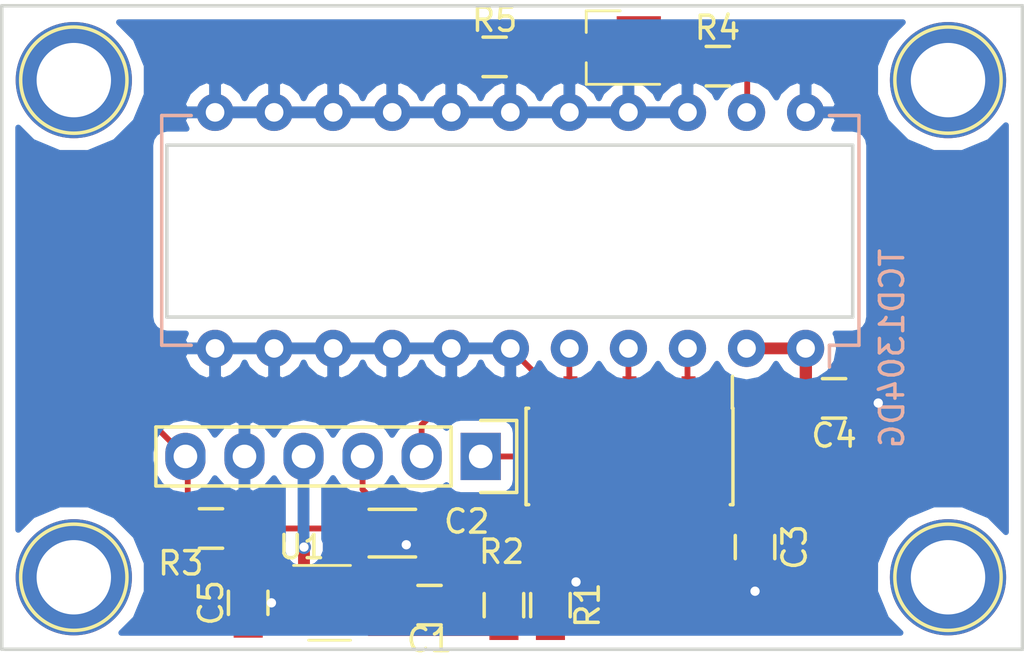
<source format=kicad_pcb>
(kicad_pcb (version 4) (host pcbnew 4.0.5+dfsg1-4)

  (general
    (links 52)
    (no_connects 0)
    (area 107.589879 72.22276 151.639881 103.57276)
    (thickness 1.6)
    (drawings 9)
    (tracks 98)
    (zones 0)
    (modules 19)
    (nets 16)
  )

  (page A4)
  (layers
    (0 F.Cu signal)
    (31 B.Cu signal)
    (32 B.Adhes user)
    (33 F.Adhes user)
    (34 B.Paste user)
    (35 F.Paste user)
    (36 B.SilkS user)
    (37 F.SilkS user)
    (38 B.Mask user)
    (39 F.Mask user)
    (40 Dwgs.User user)
    (41 Cmts.User user)
    (42 Eco1.User user)
    (43 Eco2.User user)
    (44 Edge.Cuts user)
    (45 Margin user)
    (46 B.CrtYd user)
    (47 F.CrtYd user)
    (48 B.Fab user)
    (49 F.Fab user)
  )

  (setup
    (last_trace_width 0.25)
    (user_trace_width 0.254)
    (user_trace_width 0.381)
    (user_trace_width 0.508)
    (user_trace_width 0.8128)
    (trace_clearance 0.2)
    (zone_clearance 0.508)
    (zone_45_only yes)
    (trace_min 0.2)
    (segment_width 0.2)
    (edge_width 0.15)
    (via_size 0.6)
    (via_drill 0.4)
    (via_min_size 0.4)
    (via_min_drill 0.3)
    (uvia_size 0.3)
    (uvia_drill 0.1)
    (uvias_allowed no)
    (uvia_min_size 0.2)
    (uvia_min_drill 0.1)
    (pcb_text_width 0.3)
    (pcb_text_size 1.5 1.5)
    (mod_edge_width 0.15)
    (mod_text_size 1 1)
    (mod_text_width 0.15)
    (pad_size 5 5)
    (pad_drill 3.2)
    (pad_to_mask_clearance 0.2)
    (aux_axis_origin 0 0)
    (grid_origin 129.56488 83.49776)
    (visible_elements FFFFFF7F)
    (pcbplotparams
      (layerselection 0x010f0_80000001)
      (usegerberextensions true)
      (excludeedgelayer true)
      (linewidth 0.100000)
      (plotframeref false)
      (viasonmask false)
      (mode 1)
      (useauxorigin false)
      (hpglpennumber 1)
      (hpglpenspeed 20)
      (hpglpendiameter 15)
      (hpglpenoverlay 2)
      (psnegative false)
      (psa4output false)
      (plotreference true)
      (plotvalue false)
      (plotinvisibletext false)
      (padsonsilk false)
      (subtractmaskfromsilk false)
      (outputformat 1)
      (mirror false)
      (drillshape 0)
      (scaleselection 1)
      (outputdirectory gbn2/))
  )

  (net 0 "")
  (net 1 VCC)
  (net 2 "Net-(C1-Pad2)")
  (net 3 GND)
  (net 4 "Net-(P1-Pad1)")
  (net 5 "Net-(P1-Pad2)")
  (net 6 "Net-(P1-Pad3)")
  (net 7 +5V)
  (net 8 "Net-(P1-Pad6)")
  (net 9 "Net-(Q1-Pad1)")
  (net 10 "Net-(Q1-Pad3)")
  (net 11 "Net-(R1-Pad1)")
  (net 12 "Net-(R4-Pad2)")
  (net 13 "Net-(U2-Pad2)")
  (net 14 "Net-(U2-Pad4)")
  (net 15 "Net-(U2-Pad6)")

  (net_class Default "This is the default net class."
    (clearance 0.2)
    (trace_width 0.25)
    (via_dia 0.6)
    (via_drill 0.4)
    (uvia_dia 0.3)
    (uvia_drill 0.1)
    (add_net +5V)
    (add_net GND)
    (add_net "Net-(C1-Pad2)")
    (add_net "Net-(P1-Pad1)")
    (add_net "Net-(P1-Pad2)")
    (add_net "Net-(P1-Pad3)")
    (add_net "Net-(P1-Pad6)")
    (add_net "Net-(Q1-Pad1)")
    (add_net "Net-(Q1-Pad3)")
    (add_net "Net-(R1-Pad1)")
    (add_net "Net-(R4-Pad2)")
    (add_net "Net-(U2-Pad2)")
    (add_net "Net-(U2-Pad4)")
    (add_net "Net-(U2-Pad6)")
    (add_net VCC)
  )

  (net_class VCCt ""
    (clearance 0.2)
    (trace_width 0.4)
    (via_dia 0.6)
    (via_drill 0.4)
    (uvia_dia 0.3)
    (uvia_drill 0.1)
  )

  (module Housings_SOIC:SOIC-14_3.9x8.7mm_Pitch1.27mm (layer F.Cu) (tedit 5AA7D96D) (tstamp 59DA6666)
    (at 134.66488 93.29776 270)
    (descr "14-Lead Plastic Small Outline (SL) - Narrow, 3.90 mm Body [SOIC] (see Microchip Packaging Specification 00000049BS.pdf)")
    (tags "SOIC 1.27")
    (path /59D8BF11)
    (attr smd)
    (fp_text reference U2 (at 0 -5.375 270) (layer F.SilkS) hide
      (effects (font (size 1 1) (thickness 0.15)))
    )
    (fp_text value 74HC04 (at 0 5.375 270) (layer F.SilkS) hide
      (effects (font (size 1 1) (thickness 0.15)))
    )
    (fp_line (start -0.95 -4.35) (end 1.95 -4.35) (layer F.Fab) (width 0.15))
    (fp_line (start 1.95 -4.35) (end 1.95 4.35) (layer F.Fab) (width 0.15))
    (fp_line (start 1.95 4.35) (end -1.95 4.35) (layer F.Fab) (width 0.15))
    (fp_line (start -1.95 4.35) (end -1.95 -3.35) (layer F.Fab) (width 0.15))
    (fp_line (start -1.95 -3.35) (end -0.95 -4.35) (layer F.Fab) (width 0.15))
    (fp_line (start -3.7 -4.65) (end -3.7 4.65) (layer F.CrtYd) (width 0.05))
    (fp_line (start 3.7 -4.65) (end 3.7 4.65) (layer F.CrtYd) (width 0.05))
    (fp_line (start -3.7 -4.65) (end 3.7 -4.65) (layer F.CrtYd) (width 0.05))
    (fp_line (start -3.7 4.65) (end 3.7 4.65) (layer F.CrtYd) (width 0.05))
    (fp_line (start -2.075 -4.45) (end -2.075 -4.425) (layer F.SilkS) (width 0.15))
    (fp_line (start 2.075 -4.45) (end 2.075 -4.335) (layer F.SilkS) (width 0.15))
    (fp_line (start 2.075 4.45) (end 2.075 4.335) (layer F.SilkS) (width 0.15))
    (fp_line (start -2.075 4.45) (end -2.075 4.335) (layer F.SilkS) (width 0.15))
    (fp_line (start -2.075 -4.45) (end 2.075 -4.45) (layer F.SilkS) (width 0.15))
    (fp_line (start -2.075 4.45) (end 2.075 4.45) (layer F.SilkS) (width 0.15))
    (fp_line (start -2.075 -4.425) (end -3.45 -4.425) (layer F.SilkS) (width 0.15))
    (pad 1 smd rect (at -2.7 -3.81 270) (size 1.5 0.6) (layers F.Cu F.Paste F.Mask)
      (net 6 "Net-(P1-Pad3)"))
    (pad 2 smd rect (at -2.7 -2.54 270) (size 1.5 0.6) (layers F.Cu F.Paste F.Mask)
      (net 13 "Net-(U2-Pad2)"))
    (pad 3 smd rect (at -2.7 -1.27 270) (size 1.5 0.6) (layers F.Cu F.Paste F.Mask)
      (net 4 "Net-(P1-Pad1)"))
    (pad 4 smd rect (at -2.7 0 270) (size 1.5 0.6) (layers F.Cu F.Paste F.Mask)
      (net 14 "Net-(U2-Pad4)"))
    (pad 5 smd rect (at -2.7 1.27 270) (size 1.5 0.6) (layers F.Cu F.Paste F.Mask)
      (net 5 "Net-(P1-Pad2)"))
    (pad 6 smd rect (at -2.7 2.54 270) (size 1.5 0.6) (layers F.Cu F.Paste F.Mask)
      (net 15 "Net-(U2-Pad6)"))
    (pad 7 smd rect (at -2.7 3.81 270) (size 1.5 0.6) (layers F.Cu F.Paste F.Mask)
      (net 3 GND))
    (pad 8 smd rect (at 2.7 3.81 270) (size 1.5 0.6) (layers F.Cu F.Paste F.Mask))
    (pad 9 smd rect (at 2.7 2.54 270) (size 1.5 0.6) (layers F.Cu F.Paste F.Mask)
      (net 1 VCC))
    (pad 10 smd rect (at 2.7 1.27 270) (size 1.5 0.6) (layers F.Cu F.Paste F.Mask))
    (pad 11 smd rect (at 2.7 0 270) (size 1.5 0.6) (layers F.Cu F.Paste F.Mask)
      (net 1 VCC))
    (pad 12 smd rect (at 2.7 -1.27 270) (size 1.5 0.6) (layers F.Cu F.Paste F.Mask))
    (pad 13 smd rect (at 2.7 -2.54 270) (size 1.5 0.6) (layers F.Cu F.Paste F.Mask)
      (net 1 VCC))
    (pad 14 smd rect (at 2.7 -3.81 270) (size 1.5 0.6) (layers F.Cu F.Paste F.Mask)
      (net 1 VCC))
    (model Housings_SOIC.3dshapes/SOIC-14_3.9x8.7mm_Pitch1.27mm.wrl
      (at (xyz 0 0 0))
      (scale (xyz 1 1 1))
      (rotate (xyz 0 0 0))
    )
  )

  (module Pin_Headers:Pin_Header_Straight_1x06 (layer F.Cu) (tedit 59DCAB7F) (tstamp 59DA6626)
    (at 128.26488 93.29776 270)
    (descr "Through hole pin header")
    (tags "pin header")
    (path /59D8BDCF)
    (fp_text reference P1 (at 0 -5.1 270) (layer F.SilkS) hide
      (effects (font (size 1 1) (thickness 0.15)))
    )
    (fp_text value CONN_01X06 (at 0 -3.1 270) (layer F.Fab) hide
      (effects (font (size 1 1) (thickness 0.15)))
    )
    (fp_line (start -1.75 -1.75) (end -1.75 14.45) (layer F.CrtYd) (width 0.05))
    (fp_line (start 1.75 -1.75) (end 1.75 14.45) (layer F.CrtYd) (width 0.05))
    (fp_line (start -1.75 -1.75) (end 1.75 -1.75) (layer F.CrtYd) (width 0.05))
    (fp_line (start -1.75 14.45) (end 1.75 14.45) (layer F.CrtYd) (width 0.05))
    (fp_line (start 1.27 1.27) (end 1.27 13.97) (layer F.SilkS) (width 0.15))
    (fp_line (start 1.27 13.97) (end -1.27 13.97) (layer F.SilkS) (width 0.15))
    (fp_line (start -1.27 13.97) (end -1.27 1.27) (layer F.SilkS) (width 0.15))
    (fp_line (start 1.55 -1.55) (end 1.55 0) (layer F.SilkS) (width 0.15))
    (fp_line (start 1.27 1.27) (end -1.27 1.27) (layer F.SilkS) (width 0.15))
    (fp_line (start -1.55 0) (end -1.55 -1.55) (layer F.SilkS) (width 0.15))
    (fp_line (start -1.55 -1.55) (end 1.55 -1.55) (layer F.SilkS) (width 0.15))
    (pad 1 thru_hole rect (at 0 0 270) (size 2.032 1.7272) (drill 1.016) (layers *.Cu *.Mask)
      (net 4 "Net-(P1-Pad1)"))
    (pad 2 thru_hole oval (at 0 2.54 270) (size 2.032 1.7272) (drill 1.016) (layers *.Cu *.Mask)
      (net 5 "Net-(P1-Pad2)"))
    (pad 3 thru_hole oval (at 0 5.08 270) (size 2.032 1.7272) (drill 1.016) (layers *.Cu *.Mask)
      (net 6 "Net-(P1-Pad3)"))
    (pad 4 thru_hole oval (at 0 7.62 270) (size 2.032 1.7272) (drill 1.016) (layers *.Cu *.Mask)
      (net 7 +5V))
    (pad 5 thru_hole oval (at 0 10.16 270) (size 2.032 1.7272) (drill 1.016) (layers *.Cu *.Mask)
      (net 3 GND))
    (pad 6 thru_hole oval (at 0 12.7 270) (size 2.032 1.7272) (drill 1.016) (layers *.Cu *.Mask)
      (net 8 "Net-(P1-Pad6)"))
    (model Pin_Headers.3dshapes/Pin_Header_Straight_1x06.wrl
      (at (xyz 0 -0.25 0))
      (scale (xyz 1 1 1))
      (rotate (xyz 0 0 90))
    )
  )

  (module Housings_DIP:DIP-22_W10.16mm (layer B.Cu) (tedit 59DE15EC) (tstamp 59DA6680)
    (at 142.24 88.646 90)
    (descr "22-lead dip package, row spacing 10.16 mm (400 mils)")
    (tags "dil dip 2.54 400")
    (path /59DA457F)
    (fp_text reference U3 (at 0 5.22 90) (layer B.SilkS) hide
      (effects (font (size 1 1) (thickness 0.15)) (justify mirror))
    )
    (fp_text value TCD1304DG (at 0 3.72 90) (layer B.SilkS)
      (effects (font (size 1 1) (thickness 0.15)) (justify mirror))
    )
    (fp_line (start -1.05 2.45) (end -1.05 -27.85) (layer B.CrtYd) (width 0.05))
    (fp_line (start 11.2 2.45) (end 11.2 -27.85) (layer B.CrtYd) (width 0.05))
    (fp_line (start -1.05 2.45) (end 11.2 2.45) (layer B.CrtYd) (width 0.05))
    (fp_line (start -1.05 -27.85) (end 11.2 -27.85) (layer B.CrtYd) (width 0.05))
    (fp_line (start 0.135 2.295) (end 0.135 1.025) (layer B.SilkS) (width 0.15))
    (fp_line (start 10.025 2.295) (end 10.025 1.025) (layer B.SilkS) (width 0.15))
    (fp_line (start 10.025 -27.695) (end 10.025 -26.425) (layer B.SilkS) (width 0.15))
    (fp_line (start 0.135 -27.695) (end 0.135 -26.425) (layer B.SilkS) (width 0.15))
    (fp_line (start 0.135 2.295) (end 10.025 2.295) (layer B.SilkS) (width 0.15))
    (fp_line (start 0.135 -27.695) (end 10.025 -27.695) (layer B.SilkS) (width 0.15))
    (fp_line (start 0.135 1.025) (end -0.8 1.025) (layer B.SilkS) (width 0.15))
    (pad 1 thru_hole oval (at 0 0 90) (size 1.6 1.6) (drill 0.8) (layers *.Cu *.Mask)
      (net 1 VCC))
    (pad 2 thru_hole oval (at 0 -2.54 90) (size 1.6 1.6) (drill 0.8) (layers *.Cu *.Mask)
      (net 1 VCC))
    (pad 3 thru_hole oval (at 0 -5.08 90) (size 1.6 1.6) (drill 0.8) (layers *.Cu *.Mask)
      (net 13 "Net-(U2-Pad2)"))
    (pad 4 thru_hole oval (at 0 -7.62 90) (size 1.6 1.6) (drill 0.8) (layers *.Cu *.Mask)
      (net 14 "Net-(U2-Pad4)"))
    (pad 5 thru_hole oval (at 0 -10.16 90) (size 1.6 1.6) (drill 0.8) (layers *.Cu *.Mask)
      (net 15 "Net-(U2-Pad6)"))
    (pad 6 thru_hole oval (at 0 -12.7 90) (size 1.6 1.6) (drill 0.8) (layers *.Cu *.Mask)
      (net 3 GND))
    (pad 7 thru_hole oval (at 0 -15.24 90) (size 1.6 1.6) (drill 0.8) (layers *.Cu *.Mask)
      (net 3 GND))
    (pad 8 thru_hole oval (at 0 -17.78 90) (size 1.6 1.6) (drill 0.8) (layers *.Cu *.Mask)
      (net 3 GND))
    (pad 9 thru_hole oval (at 0 -20.32 90) (size 1.6 1.6) (drill 0.8) (layers *.Cu *.Mask)
      (net 3 GND))
    (pad 10 thru_hole oval (at 0 -22.86 90) (size 1.6 1.6) (drill 0.8) (layers *.Cu *.Mask)
      (net 3 GND))
    (pad 11 thru_hole oval (at 0 -25.4 90) (size 1.6 1.6) (drill 0.8) (layers *.Cu *.Mask)
      (net 3 GND))
    (pad 12 thru_hole oval (at 10.16 -25.4 90) (size 1.6 1.6) (drill 0.8) (layers *.Cu *.Mask)
      (net 3 GND))
    (pad 13 thru_hole oval (at 10.16 -22.86 90) (size 1.6 1.6) (drill 0.8) (layers *.Cu *.Mask)
      (net 3 GND))
    (pad 14 thru_hole oval (at 10.16 -20.32 90) (size 1.6 1.6) (drill 0.8) (layers *.Cu *.Mask)
      (net 3 GND))
    (pad 15 thru_hole oval (at 10.16 -17.78 90) (size 1.6 1.6) (drill 0.8) (layers *.Cu *.Mask)
      (net 3 GND))
    (pad 16 thru_hole oval (at 10.16 -15.24 90) (size 1.6 1.6) (drill 0.8) (layers *.Cu *.Mask)
      (net 3 GND))
    (pad 17 thru_hole oval (at 10.16 -12.7 90) (size 1.6 1.6) (drill 0.8) (layers *.Cu *.Mask)
      (net 3 GND))
    (pad 18 thru_hole oval (at 10.16 -10.16 90) (size 1.6 1.6) (drill 0.8) (layers *.Cu *.Mask)
      (net 3 GND))
    (pad 19 thru_hole oval (at 10.16 -7.62 90) (size 1.6 1.6) (drill 0.8) (layers *.Cu *.Mask)
      (net 3 GND))
    (pad 20 thru_hole oval (at 10.16 -5.08 90) (size 1.6 1.6) (drill 0.8) (layers *.Cu *.Mask)
      (net 3 GND))
    (pad 21 thru_hole oval (at 10.16 -2.54 90) (size 1.6 1.6) (drill 0.8) (layers *.Cu *.Mask)
      (net 12 "Net-(R4-Pad2)"))
    (pad 22 thru_hole oval (at 10.16 0 90) (size 1.6 1.6) (drill 0.8) (layers *.Cu *.Mask)
      (net 3 GND))
    (model Housings_DIP.3dshapes/DIP-22_W10.16mm.wrl
      (at (xyz 0 0 0))
      (scale (xyz 1 1 1))
      (rotate (xyz 0 0 0))
    )
  )

  (module TO_SOT_Packages_SMD:SOT-23_Handsoldering (layer F.Cu) (tedit 59DCABB0) (tstamp 59DA662D)
    (at 133.56488 75.69776 180)
    (descr "SOT-23, Handsoldering")
    (tags SOT-23)
    (path /59DA82C0)
    (attr smd)
    (fp_text reference Q1 (at 0 -2.5 180) (layer F.SilkS) hide
      (effects (font (size 1 1) (thickness 0.15)))
    )
    (fp_text value 2SA1015 (at 0 2.5 180) (layer F.Fab) hide
      (effects (font (size 1 1) (thickness 0.15)))
    )
    (fp_line (start 0.76 1.58) (end 0.76 0.65) (layer F.SilkS) (width 0.12))
    (fp_line (start 0.76 -1.58) (end 0.76 -0.65) (layer F.SilkS) (width 0.12))
    (fp_line (start 0.7 -1.52) (end 0.7 1.52) (layer F.Fab) (width 0.15))
    (fp_line (start -0.7 1.52) (end 0.7 1.52) (layer F.Fab) (width 0.15))
    (fp_line (start -2.7 -1.75) (end 2.7 -1.75) (layer F.CrtYd) (width 0.05))
    (fp_line (start 2.7 -1.75) (end 2.7 1.75) (layer F.CrtYd) (width 0.05))
    (fp_line (start 2.7 1.75) (end -2.7 1.75) (layer F.CrtYd) (width 0.05))
    (fp_line (start -2.7 1.75) (end -2.7 -1.75) (layer F.CrtYd) (width 0.05))
    (fp_line (start 0.76 -1.58) (end -2.4 -1.58) (layer F.SilkS) (width 0.12))
    (fp_line (start -0.7 -1.52) (end 0.7 -1.52) (layer F.Fab) (width 0.15))
    (fp_line (start -0.7 -1.52) (end -0.7 1.52) (layer F.Fab) (width 0.15))
    (fp_line (start 0.76 1.58) (end -0.7 1.58) (layer F.SilkS) (width 0.12))
    (pad 1 smd rect (at -1.5 -0.95 180) (size 1.9 0.8) (layers F.Cu F.Paste F.Mask)
      (net 9 "Net-(Q1-Pad1)"))
    (pad 2 smd rect (at -1.5 0.95 180) (size 1.9 0.8) (layers F.Cu F.Paste F.Mask)
      (net 8 "Net-(P1-Pad6)"))
    (pad 3 smd rect (at 1.5 0 180) (size 1.9 0.8) (layers F.Cu F.Paste F.Mask)
      (net 10 "Net-(Q1-Pad3)"))
    (model TO_SOT_Packages_SMD.3dshapes/SOT-23.wrl
      (at (xyz 0 0 0))
      (scale (xyz 1 1 1))
      (rotate (xyz 0 0 90))
    )
  )

  (module Connect:1pin (layer F.Cu) (tedit 59DCAAC5) (tstamp 59DCA5F3)
    (at 110.76488 77.09776)
    (descr "module 1 pin (ou trou mecanique de percage)")
    (tags DEV)
    (fp_text reference REF** (at 0 -3.048) (layer F.SilkS) hide
      (effects (font (size 1 1) (thickness 0.15)))
    )
    (fp_text value 1pin (at 0 2.794) (layer F.Fab) hide
      (effects (font (size 1 1) (thickness 0.15)))
    )
    (fp_circle (center 0 0) (end 0 -2.286) (layer F.SilkS) (width 0.15))
    (pad 1 thru_hole circle (at 0 0) (size 5 5) (drill 3.2) (layers *.Cu *.Mask))
  )

  (module Connect:1pin (layer F.Cu) (tedit 59DCAABE) (tstamp 59DCA607)
    (at 148.36488 77.09776)
    (descr "module 1 pin (ou trou mecanique de percage)")
    (tags DEV)
    (fp_text reference REF** (at 0 -3.048) (layer F.SilkS) hide
      (effects (font (size 1 1) (thickness 0.15)))
    )
    (fp_text value 1pin (at 0 2.794) (layer F.Fab) hide
      (effects (font (size 1 1) (thickness 0.15)))
    )
    (fp_circle (center 0 0) (end 0 -2.286) (layer F.SilkS) (width 0.15))
    (pad 1 thru_hole circle (at 0 0) (size 5 5) (drill 3.2) (layers *.Cu *.Mask))
  )

  (module Connect:1pin (layer F.Cu) (tedit 59DCAAAE) (tstamp 59DCA628)
    (at 110.76488 98.49776)
    (descr "module 1 pin (ou trou mecanique de percage)")
    (tags DEV)
    (fp_text reference REF** (at 0 -3.048) (layer F.SilkS) hide
      (effects (font (size 1 1) (thickness 0.15)))
    )
    (fp_text value 1pin (at 0 2.794) (layer F.Fab) hide
      (effects (font (size 1 1) (thickness 0.15)))
    )
    (fp_circle (center 0 0) (end 0 -2.286) (layer F.SilkS) (width 0.15))
    (pad 1 thru_hole circle (at 0 0) (size 5 5) (drill 3.2) (layers *.Cu *.Mask))
  )

  (module Connect:1pin (layer F.Cu) (tedit 59DCAAB7) (tstamp 59DCA63D)
    (at 148.36488 98.49776)
    (descr "module 1 pin (ou trou mecanique de percage)")
    (tags DEV)
    (fp_text reference REF** (at 0 -3.048) (layer F.SilkS) hide
      (effects (font (size 1 1) (thickness 0.15)))
    )
    (fp_text value 1pin (at 0 2.794) (layer F.Fab) hide
      (effects (font (size 1 1) (thickness 0.15)))
    )
    (fp_circle (center 0 0) (end 0 -2.286) (layer F.SilkS) (width 0.15))
    (pad 1 thru_hole circle (at 0 0) (size 5 5) (drill 3.2) (layers *.Cu *.Mask))
  )

  (module Capacitors_SMD:C_0805 (layer F.Cu) (tedit 5AA7D964) (tstamp 5AA767A9)
    (at 118.26488 99.59776 270)
    (descr "Capacitor SMD 0805, reflow soldering, AVX (see smccp.pdf)")
    (tags "capacitor 0805")
    (path /5AA76B5B)
    (attr smd)
    (fp_text reference C5 (at 0 1.6 270) (layer F.SilkS)
      (effects (font (size 1 1) (thickness 0.15)))
    )
    (fp_text value 1uF (at 0 1.6 270) (layer F.Fab)
      (effects (font (size 1 1) (thickness 0.15)))
    )
    (fp_line (start -1 0.625) (end -1 -0.625) (layer F.Fab) (width 0.15))
    (fp_line (start 1 0.625) (end -1 0.625) (layer F.Fab) (width 0.15))
    (fp_line (start 1 -0.625) (end 1 0.625) (layer F.Fab) (width 0.15))
    (fp_line (start -1 -0.625) (end 1 -0.625) (layer F.Fab) (width 0.15))
    (fp_line (start -1.8 -1) (end 1.8 -1) (layer F.CrtYd) (width 0.05))
    (fp_line (start -1.8 1) (end 1.8 1) (layer F.CrtYd) (width 0.05))
    (fp_line (start -1.8 -1) (end -1.8 1) (layer F.CrtYd) (width 0.05))
    (fp_line (start 1.8 -1) (end 1.8 1) (layer F.CrtYd) (width 0.05))
    (fp_line (start 0.5 -0.85) (end -0.5 -0.85) (layer F.SilkS) (width 0.15))
    (fp_line (start -0.5 0.85) (end 0.5 0.85) (layer F.SilkS) (width 0.15))
    (pad 1 smd rect (at -1 0 270) (size 1 1.25) (layers F.Cu F.Paste F.Mask)
      (net 7 +5V))
    (pad 2 smd rect (at 1 0 270) (size 1 1.25) (layers F.Cu F.Paste F.Mask)
      (net 3 GND))
    (model Capacitors_SMD.3dshapes/C_0805.wrl
      (at (xyz 0 0 0))
      (scale (xyz 1 1 1))
      (rotate (xyz 0 0 0))
    )
  )

  (module Capacitors_SMD:C_0805 (layer F.Cu) (tedit 5AA7D999) (tstamp 5AA767D2)
    (at 126.06488 99.69776 180)
    (descr "Capacitor SMD 0805, reflow soldering, AVX (see smccp.pdf)")
    (tags "capacitor 0805")
    (path /59D81227)
    (attr smd)
    (fp_text reference C1 (at 0 -1.5 180) (layer F.SilkS)
      (effects (font (size 1 1) (thickness 0.15)))
    )
    (fp_text value 10nF (at 0.2 1.4 180) (layer F.Fab)
      (effects (font (size 1 1) (thickness 0.15)))
    )
    (fp_line (start -1 0.625) (end -1 -0.625) (layer F.Fab) (width 0.15))
    (fp_line (start 1 0.625) (end -1 0.625) (layer F.Fab) (width 0.15))
    (fp_line (start 1 -0.625) (end 1 0.625) (layer F.Fab) (width 0.15))
    (fp_line (start -1 -0.625) (end 1 -0.625) (layer F.Fab) (width 0.15))
    (fp_line (start -1.8 -1) (end 1.8 -1) (layer F.CrtYd) (width 0.05))
    (fp_line (start -1.8 1) (end 1.8 1) (layer F.CrtYd) (width 0.05))
    (fp_line (start -1.8 -1) (end -1.8 1) (layer F.CrtYd) (width 0.05))
    (fp_line (start 1.8 -1) (end 1.8 1) (layer F.CrtYd) (width 0.05))
    (fp_line (start 0.5 -0.85) (end -0.5 -0.85) (layer F.SilkS) (width 0.15))
    (fp_line (start -0.5 0.85) (end 0.5 0.85) (layer F.SilkS) (width 0.15))
    (pad 1 smd rect (at -1 0 180) (size 1 1.25) (layers F.Cu F.Paste F.Mask)
      (net 1 VCC))
    (pad 2 smd rect (at 1 0 180) (size 1 1.25) (layers F.Cu F.Paste F.Mask)
      (net 2 "Net-(C1-Pad2)"))
    (model Capacitors_SMD.3dshapes/C_0805.wrl
      (at (xyz 0 0 0))
      (scale (xyz 1 1 1))
      (rotate (xyz 0 0 0))
    )
  )

  (module Capacitors_SMD:C_1206 (layer F.Cu) (tedit 5AA7D979) (tstamp 5AA767D7)
    (at 124.46488 96.59776)
    (descr "Capacitor SMD 1206, reflow soldering, AVX (see smccp.pdf)")
    (tags "capacitor 1206")
    (path /59D812AF)
    (attr smd)
    (fp_text reference C2 (at 3.2 -0.5) (layer F.SilkS)
      (effects (font (size 1 1) (thickness 0.15)))
    )
    (fp_text value 10uF (at -3.9 0) (layer F.Fab)
      (effects (font (size 1 1) (thickness 0.15)))
    )
    (fp_line (start -1.6 0.8) (end -1.6 -0.8) (layer F.Fab) (width 0.15))
    (fp_line (start 1.6 0.8) (end -1.6 0.8) (layer F.Fab) (width 0.15))
    (fp_line (start 1.6 -0.8) (end 1.6 0.8) (layer F.Fab) (width 0.15))
    (fp_line (start -1.6 -0.8) (end 1.6 -0.8) (layer F.Fab) (width 0.15))
    (fp_line (start -2.3 -1.15) (end 2.3 -1.15) (layer F.CrtYd) (width 0.05))
    (fp_line (start -2.3 1.15) (end 2.3 1.15) (layer F.CrtYd) (width 0.05))
    (fp_line (start -2.3 -1.15) (end -2.3 1.15) (layer F.CrtYd) (width 0.05))
    (fp_line (start 2.3 -1.15) (end 2.3 1.15) (layer F.CrtYd) (width 0.05))
    (fp_line (start 1 -1.025) (end -1 -1.025) (layer F.SilkS) (width 0.15))
    (fp_line (start -1 1.025) (end 1 1.025) (layer F.SilkS) (width 0.15))
    (pad 1 smd rect (at -1.5 0) (size 1 1.6) (layers F.Cu F.Paste F.Mask)
      (net 1 VCC))
    (pad 2 smd rect (at 1.5 0) (size 1 1.6) (layers F.Cu F.Paste F.Mask)
      (net 3 GND))
    (model Capacitors_SMD.3dshapes/C_1206.wrl
      (at (xyz 0 0 0))
      (scale (xyz 1 1 1))
      (rotate (xyz 0 0 0))
    )
  )

  (module Capacitors_SMD:C_0805 (layer F.Cu) (tedit 5AA7D9CB) (tstamp 5AA767DC)
    (at 140.06488 97.19776 270)
    (descr "Capacitor SMD 0805, reflow soldering, AVX (see smccp.pdf)")
    (tags "capacitor 0805")
    (path /59DA793D)
    (attr smd)
    (fp_text reference C3 (at 0 -1.7 270) (layer F.SilkS)
      (effects (font (size 1 1) (thickness 0.15)))
    )
    (fp_text value 0.1uF (at 0 -1.7 450) (layer F.Fab)
      (effects (font (size 1 1) (thickness 0.15)))
    )
    (fp_line (start -1 0.625) (end -1 -0.625) (layer F.Fab) (width 0.15))
    (fp_line (start 1 0.625) (end -1 0.625) (layer F.Fab) (width 0.15))
    (fp_line (start 1 -0.625) (end 1 0.625) (layer F.Fab) (width 0.15))
    (fp_line (start -1 -0.625) (end 1 -0.625) (layer F.Fab) (width 0.15))
    (fp_line (start -1.8 -1) (end 1.8 -1) (layer F.CrtYd) (width 0.05))
    (fp_line (start -1.8 1) (end 1.8 1) (layer F.CrtYd) (width 0.05))
    (fp_line (start -1.8 -1) (end -1.8 1) (layer F.CrtYd) (width 0.05))
    (fp_line (start 1.8 -1) (end 1.8 1) (layer F.CrtYd) (width 0.05))
    (fp_line (start 0.5 -0.85) (end -0.5 -0.85) (layer F.SilkS) (width 0.15))
    (fp_line (start -0.5 0.85) (end 0.5 0.85) (layer F.SilkS) (width 0.15))
    (pad 1 smd rect (at -1 0 270) (size 1 1.25) (layers F.Cu F.Paste F.Mask)
      (net 1 VCC))
    (pad 2 smd rect (at 1 0 270) (size 1 1.25) (layers F.Cu F.Paste F.Mask)
      (net 3 GND))
    (model Capacitors_SMD.3dshapes/C_0805.wrl
      (at (xyz 0 0 0))
      (scale (xyz 1 1 1))
      (rotate (xyz 0 0 0))
    )
  )

  (module Capacitors_SMD:C_0805 (layer F.Cu) (tedit 5AA7D9DC) (tstamp 5AA767E1)
    (at 143.46488 90.79776 180)
    (descr "Capacitor SMD 0805, reflow soldering, AVX (see smccp.pdf)")
    (tags "capacitor 0805")
    (path /59DA8038)
    (attr smd)
    (fp_text reference C4 (at 0 -1.6 180) (layer F.SilkS)
      (effects (font (size 1 1) (thickness 0.15)))
    )
    (fp_text value 0.1uF (at 0 -1.6 180) (layer F.Fab)
      (effects (font (size 1 1) (thickness 0.15)))
    )
    (fp_line (start -1 0.625) (end -1 -0.625) (layer F.Fab) (width 0.15))
    (fp_line (start 1 0.625) (end -1 0.625) (layer F.Fab) (width 0.15))
    (fp_line (start 1 -0.625) (end 1 0.625) (layer F.Fab) (width 0.15))
    (fp_line (start -1 -0.625) (end 1 -0.625) (layer F.Fab) (width 0.15))
    (fp_line (start -1.8 -1) (end 1.8 -1) (layer F.CrtYd) (width 0.05))
    (fp_line (start -1.8 1) (end 1.8 1) (layer F.CrtYd) (width 0.05))
    (fp_line (start -1.8 -1) (end -1.8 1) (layer F.CrtYd) (width 0.05))
    (fp_line (start 1.8 -1) (end 1.8 1) (layer F.CrtYd) (width 0.05))
    (fp_line (start 0.5 -0.85) (end -0.5 -0.85) (layer F.SilkS) (width 0.15))
    (fp_line (start -0.5 0.85) (end 0.5 0.85) (layer F.SilkS) (width 0.15))
    (pad 1 smd rect (at -1 0 180) (size 1 1.25) (layers F.Cu F.Paste F.Mask)
      (net 3 GND))
    (pad 2 smd rect (at 1 0 180) (size 1 1.25) (layers F.Cu F.Paste F.Mask)
      (net 1 VCC))
    (model Capacitors_SMD.3dshapes/C_0805.wrl
      (at (xyz 0 0 0))
      (scale (xyz 1 1 1))
      (rotate (xyz 0 0 0))
    )
  )

  (module Capacitors_SMD:C_0805 (layer F.Cu) (tedit 5AA7D9B7) (tstamp 5AA767E6)
    (at 131.26488 99.69776 90)
    (descr "Capacitor SMD 0805, reflow soldering, AVX (see smccp.pdf)")
    (tags "capacitor 0805")
    (path /59D811AC)
    (attr smd)
    (fp_text reference R1 (at 0 1.6 90) (layer F.SilkS)
      (effects (font (size 1 1) (thickness 0.15)))
    )
    (fp_text value 12k (at 0 1.4 90) (layer F.Fab)
      (effects (font (size 1 1) (thickness 0.15)))
    )
    (fp_line (start -1 0.625) (end -1 -0.625) (layer F.Fab) (width 0.15))
    (fp_line (start 1 0.625) (end -1 0.625) (layer F.Fab) (width 0.15))
    (fp_line (start 1 -0.625) (end 1 0.625) (layer F.Fab) (width 0.15))
    (fp_line (start -1 -0.625) (end 1 -0.625) (layer F.Fab) (width 0.15))
    (fp_line (start -1.8 -1) (end 1.8 -1) (layer F.CrtYd) (width 0.05))
    (fp_line (start -1.8 1) (end 1.8 1) (layer F.CrtYd) (width 0.05))
    (fp_line (start -1.8 -1) (end -1.8 1) (layer F.CrtYd) (width 0.05))
    (fp_line (start 1.8 -1) (end 1.8 1) (layer F.CrtYd) (width 0.05))
    (fp_line (start 0.5 -0.85) (end -0.5 -0.85) (layer F.SilkS) (width 0.15))
    (fp_line (start -0.5 0.85) (end 0.5 0.85) (layer F.SilkS) (width 0.15))
    (pad 1 smd rect (at -1 0 90) (size 1 1.25) (layers F.Cu F.Paste F.Mask)
      (net 11 "Net-(R1-Pad1)"))
    (pad 2 smd rect (at 1 0 90) (size 1 1.25) (layers F.Cu F.Paste F.Mask)
      (net 3 GND))
    (model Capacitors_SMD.3dshapes/C_0805.wrl
      (at (xyz 0 0 0))
      (scale (xyz 1 1 1))
      (rotate (xyz 0 0 0))
    )
  )

  (module Capacitors_SMD:C_0805 (layer F.Cu) (tedit 5AA7DA16) (tstamp 5AA767EB)
    (at 129.26488 99.69776 270)
    (descr "Capacitor SMD 0805, reflow soldering, AVX (see smccp.pdf)")
    (tags "capacitor 0805")
    (path /59D8114F)
    (attr smd)
    (fp_text reference R2 (at -2.3 0.1 360) (layer F.SilkS)
      (effects (font (size 1 1) (thickness 0.15)))
    )
    (fp_text value 27k (at -2.3 -0.1 360) (layer F.Fab)
      (effects (font (size 1 1) (thickness 0.15)))
    )
    (fp_line (start -1 0.625) (end -1 -0.625) (layer F.Fab) (width 0.15))
    (fp_line (start 1 0.625) (end -1 0.625) (layer F.Fab) (width 0.15))
    (fp_line (start 1 -0.625) (end 1 0.625) (layer F.Fab) (width 0.15))
    (fp_line (start -1 -0.625) (end 1 -0.625) (layer F.Fab) (width 0.15))
    (fp_line (start -1.8 -1) (end 1.8 -1) (layer F.CrtYd) (width 0.05))
    (fp_line (start -1.8 1) (end 1.8 1) (layer F.CrtYd) (width 0.05))
    (fp_line (start -1.8 -1) (end -1.8 1) (layer F.CrtYd) (width 0.05))
    (fp_line (start 1.8 -1) (end 1.8 1) (layer F.CrtYd) (width 0.05))
    (fp_line (start 0.5 -0.85) (end -0.5 -0.85) (layer F.SilkS) (width 0.15))
    (fp_line (start -0.5 0.85) (end 0.5 0.85) (layer F.SilkS) (width 0.15))
    (pad 1 smd rect (at -1 0 270) (size 1 1.25) (layers F.Cu F.Paste F.Mask)
      (net 1 VCC))
    (pad 2 smd rect (at 1 0 270) (size 1 1.25) (layers F.Cu F.Paste F.Mask)
      (net 11 "Net-(R1-Pad1)"))
    (model Capacitors_SMD.3dshapes/C_0805.wrl
      (at (xyz 0 0 0))
      (scale (xyz 1 1 1))
      (rotate (xyz 0 0 0))
    )
  )

  (module Capacitors_SMD:C_0805 (layer F.Cu) (tedit 5AA7DA25) (tstamp 5AA767F0)
    (at 116.66488 96.39776)
    (descr "Capacitor SMD 0805, reflow soldering, AVX (see smccp.pdf)")
    (tags "capacitor 0805")
    (path /59DA729A)
    (attr smd)
    (fp_text reference R3 (at -1.3 1.5) (layer F.SilkS)
      (effects (font (size 1 1) (thickness 0.15)))
    )
    (fp_text value 2k2 (at -1.8 1.5) (layer F.Fab)
      (effects (font (size 1 1) (thickness 0.15)))
    )
    (fp_line (start -1 0.625) (end -1 -0.625) (layer F.Fab) (width 0.15))
    (fp_line (start 1 0.625) (end -1 0.625) (layer F.Fab) (width 0.15))
    (fp_line (start 1 -0.625) (end 1 0.625) (layer F.Fab) (width 0.15))
    (fp_line (start -1 -0.625) (end 1 -0.625) (layer F.Fab) (width 0.15))
    (fp_line (start -1.8 -1) (end 1.8 -1) (layer F.CrtYd) (width 0.05))
    (fp_line (start -1.8 1) (end 1.8 1) (layer F.CrtYd) (width 0.05))
    (fp_line (start -1.8 -1) (end -1.8 1) (layer F.CrtYd) (width 0.05))
    (fp_line (start 1.8 -1) (end 1.8 1) (layer F.CrtYd) (width 0.05))
    (fp_line (start 0.5 -0.85) (end -0.5 -0.85) (layer F.SilkS) (width 0.15))
    (fp_line (start -0.5 0.85) (end 0.5 0.85) (layer F.SilkS) (width 0.15))
    (pad 1 smd rect (at -1 0) (size 1 1.25) (layers F.Cu F.Paste F.Mask)
      (net 8 "Net-(P1-Pad6)"))
    (pad 2 smd rect (at 1 0) (size 1 1.25) (layers F.Cu F.Paste F.Mask)
      (net 1 VCC))
    (model Capacitors_SMD.3dshapes/C_0805.wrl
      (at (xyz 0 0 0))
      (scale (xyz 1 1 1))
      (rotate (xyz 0 0 0))
    )
  )

  (module Capacitors_SMD:C_0805 (layer F.Cu) (tedit 5AA7D9E6) (tstamp 5AA767F5)
    (at 138.46488 76.49776)
    (descr "Capacitor SMD 0805, reflow soldering, AVX (see smccp.pdf)")
    (tags "capacitor 0805")
    (path /59DA6D27)
    (attr smd)
    (fp_text reference R4 (at -0.01432 -1.64984) (layer F.SilkS)
      (effects (font (size 1 1) (thickness 0.15)))
    )
    (fp_text value 150R (at -0.01432 -1.64984) (layer F.Fab)
      (effects (font (size 1 1) (thickness 0.15)))
    )
    (fp_line (start -1 0.625) (end -1 -0.625) (layer F.Fab) (width 0.15))
    (fp_line (start 1 0.625) (end -1 0.625) (layer F.Fab) (width 0.15))
    (fp_line (start 1 -0.625) (end 1 0.625) (layer F.Fab) (width 0.15))
    (fp_line (start -1 -0.625) (end 1 -0.625) (layer F.Fab) (width 0.15))
    (fp_line (start -1.8 -1) (end 1.8 -1) (layer F.CrtYd) (width 0.05))
    (fp_line (start -1.8 1) (end 1.8 1) (layer F.CrtYd) (width 0.05))
    (fp_line (start -1.8 -1) (end -1.8 1) (layer F.CrtYd) (width 0.05))
    (fp_line (start 1.8 -1) (end 1.8 1) (layer F.CrtYd) (width 0.05))
    (fp_line (start 0.5 -0.85) (end -0.5 -0.85) (layer F.SilkS) (width 0.15))
    (fp_line (start -0.5 0.85) (end 0.5 0.85) (layer F.SilkS) (width 0.15))
    (pad 1 smd rect (at -1 0) (size 1 1.25) (layers F.Cu F.Paste F.Mask)
      (net 9 "Net-(Q1-Pad1)"))
    (pad 2 smd rect (at 1 0) (size 1 1.25) (layers F.Cu F.Paste F.Mask)
      (net 12 "Net-(R4-Pad2)"))
    (model Capacitors_SMD.3dshapes/C_0805.wrl
      (at (xyz 0 0 0))
      (scale (xyz 1 1 1))
      (rotate (xyz 0 0 0))
    )
  )

  (module Capacitors_SMD:C_0805 (layer F.Cu) (tedit 5AA7D9ED) (tstamp 5AA767FA)
    (at 128.86488 76.09776 180)
    (descr "Capacitor SMD 0805, reflow soldering, AVX (see smccp.pdf)")
    (tags "capacitor 0805")
    (path /59DA6D88)
    (attr smd)
    (fp_text reference R5 (at 0 1.6 180) (layer F.SilkS)
      (effects (font (size 1 1) (thickness 0.15)))
    )
    (fp_text value 150R (at 0 1.6 180) (layer F.Fab)
      (effects (font (size 1 1) (thickness 0.15)))
    )
    (fp_line (start -1 0.625) (end -1 -0.625) (layer F.Fab) (width 0.15))
    (fp_line (start 1 0.625) (end -1 0.625) (layer F.Fab) (width 0.15))
    (fp_line (start 1 -0.625) (end 1 0.625) (layer F.Fab) (width 0.15))
    (fp_line (start -1 -0.625) (end 1 -0.625) (layer F.Fab) (width 0.15))
    (fp_line (start -1.8 -1) (end 1.8 -1) (layer F.CrtYd) (width 0.05))
    (fp_line (start -1.8 1) (end 1.8 1) (layer F.CrtYd) (width 0.05))
    (fp_line (start -1.8 -1) (end -1.8 1) (layer F.CrtYd) (width 0.05))
    (fp_line (start 1.8 -1) (end 1.8 1) (layer F.CrtYd) (width 0.05))
    (fp_line (start 0.5 -0.85) (end -0.5 -0.85) (layer F.SilkS) (width 0.15))
    (fp_line (start -0.5 0.85) (end 0.5 0.85) (layer F.SilkS) (width 0.15))
    (pad 1 smd rect (at -1 0 180) (size 1 1.25) (layers F.Cu F.Paste F.Mask)
      (net 10 "Net-(Q1-Pad3)"))
    (pad 2 smd rect (at 1 0 180) (size 1 1.25) (layers F.Cu F.Paste F.Mask)
      (net 3 GND))
    (model Capacitors_SMD.3dshapes/C_0805.wrl
      (at (xyz 0 0 0))
      (scale (xyz 1 1 1))
      (rotate (xyz 0 0 0))
    )
  )

  (module linear-ccd-module:SOT-23-5-handsoldering (layer F.Cu) (tedit 5AA7D9FF) (tstamp 5AA7712E)
    (at 121.76488 99.59776)
    (descr "5-pin SOT23 package")
    (tags SOT-23-5)
    (path /59D81091)
    (attr smd)
    (fp_text reference U1 (at -1.2 -2.4) (layer F.SilkS)
      (effects (font (size 1 1) (thickness 0.15)))
    )
    (fp_text value LT1761-BYP (at 0 2.9) (layer F.Fab) hide
      (effects (font (size 1 1) (thickness 0.15)))
    )
    (fp_line (start -0.9 1.61) (end 0.9 1.61) (layer F.SilkS) (width 0.12))
    (fp_line (start 0.9 -1.61) (end -1.55 -1.61) (layer F.SilkS) (width 0.12))
    (fp_line (start -1.9 -1.8) (end 1.9 -1.8) (layer F.CrtYd) (width 0.05))
    (fp_line (start 1.9 -1.8) (end 1.9 1.8) (layer F.CrtYd) (width 0.05))
    (fp_line (start 1.9 1.8) (end -1.9 1.8) (layer F.CrtYd) (width 0.05))
    (fp_line (start -1.9 1.8) (end -1.9 -1.8) (layer F.CrtYd) (width 0.05))
    (fp_line (start 0.9 -1.55) (end -0.9 -1.55) (layer F.Fab) (width 0.15))
    (fp_line (start -0.9 -1.55) (end -0.9 1.55) (layer F.Fab) (width 0.15))
    (fp_line (start 0.9 1.55) (end -0.9 1.55) (layer F.Fab) (width 0.15))
    (fp_line (start 0.9 -1.55) (end 0.9 1.55) (layer F.Fab) (width 0.15))
    (pad 1 smd rect (at -1.35 -0.95) (size 1.56 0.65) (layers F.Cu F.Paste F.Mask)
      (net 7 +5V))
    (pad 2 smd rect (at -1.35 0) (size 1.56 0.65) (layers F.Cu F.Paste F.Mask)
      (net 3 GND))
    (pad 3 smd rect (at -1.35 0.95) (size 1.56 0.65) (layers F.Cu F.Paste F.Mask)
      (net 2 "Net-(C1-Pad2)"))
    (pad 4 smd rect (at 1.35 0.95) (size 1.56 0.65) (layers F.Cu F.Paste F.Mask)
      (net 11 "Net-(R1-Pad1)"))
    (pad 5 smd rect (at 1.35 -0.95) (size 1.56 0.65) (layers F.Cu F.Paste F.Mask)
      (net 1 VCC))
    (model TO_SOT_Packages_SMD.3dshapes/SOT-23-5.wrl
      (at (xyz 0 0 0))
      (scale (xyz 1 1 1))
      (rotate (xyz 0 0 0))
    )
  )

  (gr_line (start 107.66488 101.59776) (end 107.66488 73.89776) (angle 90) (layer Edge.Cuts) (width 0.15))
  (gr_line (start 151.56488 73.89776) (end 151.56488 101.59776) (angle 90) (layer Edge.Cuts) (width 0.15))
  (gr_line (start 151.56488 101.59776) (end 107.76488 101.59776) (angle 90) (layer Edge.Cuts) (width 0.15))
  (gr_line (start 107.66488 73.89776) (end 151.56488 73.89776) (angle 90) (layer Edge.Cuts) (width 0.15))
  (gr_line (start 114.76488 79.89776) (end 114.76488 87.29776) (angle 90) (layer Edge.Cuts) (width 0.15))
  (gr_line (start 144.26488 79.89776) (end 144.26488 87.29776) (angle 90) (layer Edge.Cuts) (width 0.15))
  (gr_line (start 114.76488 79.89776) (end 114.86488 79.89776) (angle 90) (layer Edge.Cuts) (width 0.15))
  (gr_line (start 144.26488 87.29776) (end 114.76488 87.29776) (angle 90) (layer Edge.Cuts) (width 0.15))
  (gr_line (start 114.76488 79.89776) (end 144.26488 79.89776) (angle 90) (layer Edge.Cuts) (width 0.15))

  (segment (start 138.47488 95.99776) (end 139.86488 95.99776) (width 0.508) (layer F.Cu) (net 1))
  (segment (start 139.86488 95.99776) (end 142.24 93.62264) (width 0.508) (layer F.Cu) (net 1) (tstamp 5AAD4037))
  (segment (start 142.24 93.62264) (end 142.24 88.646) (width 0.508) (layer F.Cu) (net 1) (tstamp 5AAD4039))
  (segment (start 127.06488 99.69776) (end 127.06488 98.69776) (width 0.25) (layer F.Cu) (net 1))
  (segment (start 127.06488 98.69776) (end 127.36488 98.39776) (width 0.25) (layer F.Cu) (net 1) (tstamp 5AAD3FE0))
  (segment (start 129.06488 98.89776) (end 129.06488 97.49776) (width 0.25) (layer F.Cu) (net 1))
  (segment (start 129.06488 97.49776) (end 129.06488 97.59776) (width 0.25) (layer F.Cu) (net 1) (tstamp 5AAD3FDA))
  (segment (start 129.06488 97.59776) (end 129.06488 97.49776) (width 0.25) (layer F.Cu) (net 1) (tstamp 5AAD3FDC))
  (segment (start 132.06488 97.49776) (end 132.06488 96.05776) (width 0.25) (layer F.Cu) (net 1))
  (segment (start 132.06488 96.05776) (end 132.12488 95.99776) (width 0.25) (layer F.Cu) (net 1) (tstamp 5AAD3FD7))
  (segment (start 134.76488 97.49776) (end 134.76488 96.09776) (width 0.25) (layer F.Cu) (net 1))
  (segment (start 134.76488 96.09776) (end 134.66488 95.99776) (width 0.25) (layer F.Cu) (net 1) (tstamp 5AAD3FD2))
  (segment (start 137.20488 95.99776) (end 137.20488 97.49776) (width 0.25) (layer F.Cu) (net 1))
  (segment (start 137.26488 97.39776) (end 137.26488 97.49776) (width 0.25) (layer F.Cu) (net 1) (tstamp 5AAD3FC2))
  (segment (start 137.26488 97.43776) (end 137.26488 97.39776) (width 0.25) (layer F.Cu) (net 1) (tstamp 5AAD3FC1))
  (segment (start 137.20488 97.49776) (end 137.26488 97.43776) (width 0.25) (layer F.Cu) (net 1) (tstamp 5AAD3FBE))
  (segment (start 123.11488 98.64776) (end 123.91488 98.64776) (width 0.508) (layer F.Cu) (net 1))
  (segment (start 138.47488 97.38776) (end 138.47488 95.99776) (width 0.508) (layer F.Cu) (net 1) (tstamp 5AAD3FB1))
  (segment (start 138.36488 97.49776) (end 138.47488 97.38776) (width 0.508) (layer F.Cu) (net 1) (tstamp 5AAD3FA8))
  (segment (start 128.26488 97.49776) (end 129.06488 97.49776) (width 0.508) (layer F.Cu) (net 1) (tstamp 5AAD3F9E))
  (segment (start 129.06488 97.49776) (end 132.06488 97.49776) (width 0.508) (layer F.Cu) (net 1) (tstamp 5AAD3FDD))
  (segment (start 132.06488 97.49776) (end 134.76488 97.49776) (width 0.508) (layer F.Cu) (net 1) (tstamp 5AAD3FD5))
  (segment (start 134.76488 97.49776) (end 137.26488 97.49776) (width 0.508) (layer F.Cu) (net 1) (tstamp 5AAD3FD0))
  (segment (start 137.26488 97.49776) (end 138.36488 97.49776) (width 0.508) (layer F.Cu) (net 1) (tstamp 5AAD3FC3))
  (segment (start 127.36488 98.39776) (end 128.26488 97.49776) (width 0.508) (layer F.Cu) (net 1) (tstamp 5AAD3F99))
  (segment (start 124.16488 98.39776) (end 127.36488 98.39776) (width 0.508) (layer F.Cu) (net 1) (tstamp 5AAD3F94))
  (segment (start 123.91488 98.64776) (end 124.16488 98.39776) (width 0.508) (layer F.Cu) (net 1) (tstamp 5AAD3F8F))
  (segment (start 122.96488 96.59776) (end 122.96488 98.49776) (width 0.508) (layer F.Cu) (net 1))
  (segment (start 122.96488 98.49776) (end 123.11488 98.64776) (width 0.508) (layer F.Cu) (net 1) (tstamp 5AAD3F8B))
  (segment (start 117.66488 96.39776) (end 122.76488 96.39776) (width 0.25) (layer F.Cu) (net 1))
  (segment (start 122.76488 96.39776) (end 122.96488 96.59776) (width 0.25) (layer F.Cu) (net 1) (tstamp 5AAD3E89))
  (segment (start 142.26 91.0336) (end 142.26 88.666) (width 0.508) (layer F.Cu) (net 1) (status 20))
  (segment (start 142.26 88.666) (end 142.24 88.646) (width 0.25) (layer F.Cu) (net 1) (tstamp 59DB1A68) (status 30))
  (segment (start 139.7 88.646) (end 142.24 88.646) (width 0.508) (layer F.Cu) (net 1) (status 30))
  (segment (start 125.06488 99.69776) (end 122.06488 99.69776) (width 0.25) (layer F.Cu) (net 2))
  (segment (start 121.21488 100.54776) (end 120.41488 100.54776) (width 0.25) (layer F.Cu) (net 2) (tstamp 5AAD3FEC))
  (segment (start 122.06488 99.69776) (end 121.21488 100.54776) (width 0.25) (layer F.Cu) (net 2) (tstamp 5AAD3FE6))
  (segment (start 127 78.486) (end 127 76.96264) (width 0.25) (layer F.Cu) (net 3))
  (segment (start 127 76.96264) (end 127.86488 76.09776) (width 0.25) (layer F.Cu) (net 3) (tstamp 5AAD40FB))
  (segment (start 140.06488 98.19776) (end 140.06488 99.09776) (width 0.25) (layer F.Cu) (net 3))
  (via (at 140.06488 99.09776) (size 0.6) (drill 0.4) (layers F.Cu B.Cu) (net 3))
  (segment (start 130.85488 90.59776) (end 130.85488 89.96088) (width 0.25) (layer F.Cu) (net 3))
  (segment (start 130.85488 89.96088) (end 129.54 88.646) (width 0.25) (layer F.Cu) (net 3) (tstamp 5AAD3D9B))
  (segment (start 118.26488 100.59776) (end 118.56488 100.59776) (width 0.25) (layer F.Cu) (net 3) (status 30))
  (segment (start 118.56488 100.59776) (end 119.26488 99.59776) (width 0.25) (layer F.Cu) (net 3) (tstamp 5AA76B65) (status 10))
  (segment (start 120.66488 99.59776) (end 119.26488 99.59776) (width 0.25) (layer F.Cu) (net 3))
  (via (at 119.26488 99.59776) (size 0.6) (drill 0.4) (layers F.Cu B.Cu) (net 3))
  (segment (start 125.86488 97.09776) (end 125.06488 97.09776) (width 0.25) (layer F.Cu) (net 3) (status 10))
  (via (at 125.06488 97.09776) (size 0.6) (drill 0.4) (layers F.Cu B.Cu) (net 3))
  (segment (start 131.16488 98.69776) (end 132.36488 98.69776) (width 0.25) (layer F.Cu) (net 3))
  (via (at 132.36488 98.69776) (size 0.6) (drill 0.4) (layers F.Cu B.Cu) (net 3))
  (segment (start 116.56488 88.92112) (end 116.84 88.646) (width 0.25) (layer F.Cu) (net 3) (tstamp 5AA7683E))
  (segment (start 144.76 91.0336) (end 145.26328 91.09936) (width 0.25) (layer F.Cu) (net 3))
  (via (at 145.36488 90.99776) (size 0.6) (drill 0.4) (layers F.Cu B.Cu) (net 3))
  (segment (start 145.26328 91.09936) (end 145.36488 90.99776) (width 0.25) (layer F.Cu) (net 3) (tstamp 59DB85B5))
  (segment (start 128.26488 93.29776) (end 134.36488 93.29776) (width 0.25) (layer F.Cu) (net 4))
  (segment (start 135.93488 91.72776) (end 135.93488 90.59776) (width 0.25) (layer F.Cu) (net 4) (tstamp 5AAD3DB8))
  (segment (start 134.36488 93.29776) (end 135.93488 91.72776) (width 0.25) (layer F.Cu) (net 4) (tstamp 5AAD3DB4))
  (segment (start 133.39488 90.59776) (end 133.39488 91.86776) (width 0.25) (layer F.Cu) (net 5))
  (segment (start 125.72488 91.93776) (end 125.72488 93.29776) (width 0.25) (layer F.Cu) (net 5) (tstamp 5AAD3DD9))
  (segment (start 126.16488 91.49776) (end 125.72488 91.93776) (width 0.25) (layer F.Cu) (net 5) (tstamp 5AAD3DD2))
  (segment (start 129.46488 91.49776) (end 126.16488 91.49776) (width 0.25) (layer F.Cu) (net 5) (tstamp 5AAD3DCF))
  (segment (start 130.26488 92.29776) (end 129.46488 91.49776) (width 0.25) (layer F.Cu) (net 5) (tstamp 5AAD3DC7))
  (segment (start 132.96488 92.29776) (end 130.26488 92.29776) (width 0.25) (layer F.Cu) (net 5) (tstamp 5AAD3DC3))
  (segment (start 133.39488 91.86776) (end 132.96488 92.29776) (width 0.25) (layer F.Cu) (net 5) (tstamp 5AAD3DBD))
  (segment (start 138.47488 90.59776) (end 138.47488 91.88776) (width 0.25) (layer F.Cu) (net 6))
  (segment (start 123.18488 94.71776) (end 123.18488 93.29776) (width 0.25) (layer F.Cu) (net 6) (tstamp 5AAD3E1C))
  (segment (start 123.56488 95.09776) (end 123.18488 94.71776) (width 0.25) (layer F.Cu) (net 6) (tstamp 5AAD3E11))
  (segment (start 129.46488 95.09776) (end 123.56488 95.09776) (width 0.25) (layer F.Cu) (net 6) (tstamp 5AAD3E0B))
  (segment (start 130.26488 94.29776) (end 129.46488 95.09776) (width 0.25) (layer F.Cu) (net 6) (tstamp 5AAD3E01))
  (segment (start 136.06488 94.29776) (end 130.26488 94.29776) (width 0.25) (layer F.Cu) (net 6) (tstamp 5AAD3DEB))
  (segment (start 138.47488 91.88776) (end 136.06488 94.29776) (width 0.25) (layer F.Cu) (net 6) (tstamp 5AAD3DE6))
  (segment (start 123.18488 94.09776) (end 123.26488 94.09776) (width 0.25) (layer F.Cu) (net 6))
  (segment (start 120.66488 98.39776) (end 120.66488 97.19776) (width 0.508) (layer F.Cu) (net 7))
  (segment (start 120.64488 97.17776) (end 120.66488 97.19776) (width 0.508) (layer B.Cu) (net 7) (tstamp 5AA76B11))
  (via (at 120.66488 97.19776) (size 0.6) (drill 0.4) (layers F.Cu B.Cu) (net 7))
  (segment (start 120.64488 97.17776) (end 120.64488 94.09776) (width 0.508) (layer B.Cu) (net 7))
  (segment (start 120.66488 98.39776) (end 120.41488 98.64776) (width 0.508) (layer F.Cu) (net 7) (tstamp 5AAD3EFA))
  (segment (start 120.66488 98.64776) (end 118.31488 98.64776) (width 0.508) (layer F.Cu) (net 7) (status 20))
  (segment (start 118.31488 98.64776) (end 118.26488 98.59776) (width 0.508) (layer F.Cu) (net 7) (tstamp 5AA76B56) (status 30))
  (segment (start 113.86488 78.39776) (end 113.86488 91.59776) (width 0.25) (layer F.Cu) (net 8))
  (segment (start 117.51488 74.74776) (end 113.86488 78.39776) (width 0.25) (layer F.Cu) (net 8) (tstamp 5AAD4106))
  (segment (start 135.06488 74.74776) (end 117.51488 74.74776) (width 0.25) (layer F.Cu) (net 8))
  (segment (start 113.86488 91.59776) (end 115.56488 93.29776) (width 0.25) (layer F.Cu) (net 8) (tstamp 5AAD411C))
  (segment (start 115.66488 96.39776) (end 115.66488 93.39776) (width 0.25) (layer F.Cu) (net 8))
  (segment (start 115.66488 93.39776) (end 115.56488 93.29776) (width 0.25) (layer F.Cu) (net 8) (tstamp 5AAD3E76))
  (segment (start 135.06488 76.64776) (end 137.31488 76.64776) (width 0.25) (layer F.Cu) (net 9))
  (segment (start 137.31488 76.64776) (end 137.46488 76.49776) (width 0.25) (layer F.Cu) (net 9) (tstamp 5AAD40F1))
  (segment (start 132.06488 75.69776) (end 130.26488 75.69776) (width 0.25) (layer F.Cu) (net 10))
  (segment (start 130.26488 75.69776) (end 129.86488 76.09776) (width 0.25) (layer F.Cu) (net 10) (tstamp 5AAD40F4))
  (segment (start 129.06488 100.89776) (end 123.46488 100.89776) (width 0.25) (layer F.Cu) (net 11))
  (segment (start 123.46488 100.89776) (end 123.11488 100.54776) (width 0.25) (layer F.Cu) (net 11) (tstamp 5AAD3FF3))
  (segment (start 129.06488 100.69776) (end 131.16488 100.69776) (width 0.25) (layer F.Cu) (net 11))
  (segment (start 139.7292 76.0476) (end 139.7292 78.4568) (width 0.25) (layer F.Cu) (net 12) (status 20))
  (segment (start 139.7292 78.4568) (end 139.7 78.486) (width 0.25) (layer F.Cu) (net 12) (tstamp 59DB1C81) (status 30))
  (segment (start 137.16 91.28) (end 137.16 88.646) (width 0.25) (layer F.Cu) (net 13) (status 20))
  (segment (start 134.62 91.28) (end 134.62 88.646) (width 0.25) (layer F.Cu) (net 14) (status 20))
  (segment (start 132.08 91.28) (end 132.08 88.646) (width 0.25) (layer F.Cu) (net 15) (status 20))

  (zone (net 3) (net_name GND) (layer B.Cu) (tstamp 59DB8206) (hatch edge 0.508)
    (connect_pads (clearance 0.508))
    (min_thickness 0.254)
    (fill yes (arc_segments 16) (thermal_gap 0.508) (thermal_bridge_width 0.508))
    (polygon
      (pts
        (xy 151.56488 101.59776) (xy 107.66488 101.59776) (xy 107.66488 73.89776) (xy 151.56488 73.89776)
      )
    )
    (filled_polygon
      (pts
        (xy 145.708706 75.319607) (xy 145.230426 76.471434) (xy 145.229337 77.718614) (xy 145.705607 78.871275) (xy 146.586727 79.753934)
        (xy 147.738554 80.232214) (xy 148.985734 80.233303) (xy 150.138395 79.757033) (xy 150.85488 79.041797) (xy 150.85488 96.554676)
        (xy 150.143033 95.841586) (xy 148.991206 95.363306) (xy 147.744026 95.362217) (xy 146.591365 95.838487) (xy 145.708706 96.719607)
        (xy 145.230426 97.871434) (xy 145.229337 99.118614) (xy 145.705607 100.271275) (xy 146.321017 100.88776) (xy 112.808138 100.88776)
        (xy 113.421054 100.275913) (xy 113.899334 99.124086) (xy 113.900423 97.876906) (xy 113.424153 96.724245) (xy 112.543033 95.841586)
        (xy 111.391206 95.363306) (xy 110.144026 95.362217) (xy 108.991365 95.838487) (xy 108.37488 96.453897) (xy 108.37488 93.113015)
        (xy 114.06628 93.113015) (xy 114.06628 93.482505) (xy 114.180354 94.055994) (xy 114.50521 94.542175) (xy 114.991391 94.867031)
        (xy 115.56488 94.981105) (xy 116.138369 94.867031) (xy 116.62455 94.542175) (xy 116.831341 94.232691) (xy 117.202844 94.648492)
        (xy 117.730089 94.902469) (xy 117.745854 94.905118) (xy 117.97788 94.783977) (xy 117.97788 93.42476) (xy 117.95788 93.42476)
        (xy 117.95788 93.17076) (xy 117.97788 93.17076) (xy 117.97788 91.811543) (xy 118.23188 91.811543) (xy 118.23188 93.17076)
        (xy 118.25188 93.17076) (xy 118.25188 93.42476) (xy 118.23188 93.42476) (xy 118.23188 94.783977) (xy 118.463906 94.905118)
        (xy 118.479671 94.902469) (xy 119.006916 94.648492) (xy 119.378419 94.232691) (xy 119.58521 94.542175) (xy 119.75588 94.656213)
        (xy 119.75588 96.948736) (xy 119.730042 97.010961) (xy 119.729718 97.382927) (xy 119.871763 97.726703) (xy 120.134553 97.989952)
        (xy 120.478081 98.132598) (xy 120.850047 98.132922) (xy 121.193823 97.990877) (xy 121.457072 97.728087) (xy 121.599718 97.384559)
        (xy 121.600042 97.012593) (xy 121.53388 96.852468) (xy 121.53388 94.656213) (xy 121.70455 94.542175) (xy 121.91488 94.227394)
        (xy 122.12521 94.542175) (xy 122.611391 94.867031) (xy 123.18488 94.981105) (xy 123.758369 94.867031) (xy 124.24455 94.542175)
        (xy 124.45488 94.227394) (xy 124.66521 94.542175) (xy 125.151391 94.867031) (xy 125.72488 94.981105) (xy 126.298369 94.867031)
        (xy 126.78455 94.542175) (xy 126.794123 94.527847) (xy 126.798118 94.549077) (xy 126.93719 94.765201) (xy 127.14939 94.910191)
        (xy 127.40128 94.9612) (xy 129.12848 94.9612) (xy 129.363797 94.916922) (xy 129.579921 94.77785) (xy 129.724911 94.56565)
        (xy 129.77592 94.31376) (xy 129.77592 92.28176) (xy 129.731642 92.046443) (xy 129.59257 91.830319) (xy 129.38037 91.685329)
        (xy 129.12848 91.63432) (xy 127.40128 91.63432) (xy 127.165963 91.678598) (xy 126.949839 91.81767) (xy 126.804849 92.02987)
        (xy 126.79648 92.071199) (xy 126.78455 92.053345) (xy 126.298369 91.728489) (xy 125.72488 91.614415) (xy 125.151391 91.728489)
        (xy 124.66521 92.053345) (xy 124.45488 92.368126) (xy 124.24455 92.053345) (xy 123.758369 91.728489) (xy 123.18488 91.614415)
        (xy 122.611391 91.728489) (xy 122.12521 92.053345) (xy 121.91488 92.368126) (xy 121.70455 92.053345) (xy 121.218369 91.728489)
        (xy 120.64488 91.614415) (xy 120.071391 91.728489) (xy 119.58521 92.053345) (xy 119.378419 92.362829) (xy 119.006916 91.947028)
        (xy 118.479671 91.693051) (xy 118.463906 91.690402) (xy 118.23188 91.811543) (xy 117.97788 91.811543) (xy 117.745854 91.690402)
        (xy 117.730089 91.693051) (xy 117.202844 91.947028) (xy 116.831341 92.362829) (xy 116.62455 92.053345) (xy 116.138369 91.728489)
        (xy 115.56488 91.614415) (xy 114.991391 91.728489) (xy 114.50521 92.053345) (xy 114.180354 92.539526) (xy 114.06628 93.113015)
        (xy 108.37488 93.113015) (xy 108.37488 88.995041) (xy 115.448086 88.995041) (xy 115.687611 89.501134) (xy 116.102577 89.877041)
        (xy 116.490961 90.037904) (xy 116.713 89.915915) (xy 116.713 88.773) (xy 116.967 88.773) (xy 116.967 89.915915)
        (xy 117.189039 90.037904) (xy 117.577423 89.877041) (xy 117.992389 89.501134) (xy 118.11 89.252633) (xy 118.227611 89.501134)
        (xy 118.642577 89.877041) (xy 119.030961 90.037904) (xy 119.253 89.915915) (xy 119.253 88.773) (xy 119.507 88.773)
        (xy 119.507 89.915915) (xy 119.729039 90.037904) (xy 120.117423 89.877041) (xy 120.532389 89.501134) (xy 120.65 89.252633)
        (xy 120.767611 89.501134) (xy 121.182577 89.877041) (xy 121.570961 90.037904) (xy 121.793 89.915915) (xy 121.793 88.773)
        (xy 122.047 88.773) (xy 122.047 89.915915) (xy 122.269039 90.037904) (xy 122.657423 89.877041) (xy 123.072389 89.501134)
        (xy 123.19 89.252633) (xy 123.307611 89.501134) (xy 123.722577 89.877041) (xy 124.110961 90.037904) (xy 124.333 89.915915)
        (xy 124.333 88.773) (xy 124.587 88.773) (xy 124.587 89.915915) (xy 124.809039 90.037904) (xy 125.197423 89.877041)
        (xy 125.612389 89.501134) (xy 125.73 89.252633) (xy 125.847611 89.501134) (xy 126.262577 89.877041) (xy 126.650961 90.037904)
        (xy 126.873 89.915915) (xy 126.873 88.773) (xy 127.127 88.773) (xy 127.127 89.915915) (xy 127.349039 90.037904)
        (xy 127.737423 89.877041) (xy 128.152389 89.501134) (xy 128.27 89.252633) (xy 128.387611 89.501134) (xy 128.802577 89.877041)
        (xy 129.190961 90.037904) (xy 129.413 89.915915) (xy 129.413 88.773) (xy 127.127 88.773) (xy 126.873 88.773)
        (xy 124.587 88.773) (xy 124.333 88.773) (xy 122.047 88.773) (xy 121.793 88.773) (xy 119.507 88.773)
        (xy 119.253 88.773) (xy 116.967 88.773) (xy 116.713 88.773) (xy 115.569371 88.773) (xy 115.448086 88.995041)
        (xy 108.37488 88.995041) (xy 108.37488 79.141018) (xy 108.986727 79.753934) (xy 110.138554 80.232214) (xy 111.385734 80.233303)
        (xy 112.197809 79.89776) (xy 114.05488 79.89776) (xy 114.05488 87.29776) (xy 114.108926 87.569465) (xy 114.262834 87.799806)
        (xy 114.493175 87.953714) (xy 114.76488 88.00776) (xy 115.584959 88.00776) (xy 115.448086 88.296959) (xy 115.569371 88.519)
        (xy 116.713 88.519) (xy 116.713 88.499) (xy 116.967 88.499) (xy 116.967 88.519) (xy 119.253 88.519)
        (xy 119.253 88.499) (xy 119.507 88.499) (xy 119.507 88.519) (xy 121.793 88.519) (xy 121.793 88.499)
        (xy 122.047 88.499) (xy 122.047 88.519) (xy 124.333 88.519) (xy 124.333 88.499) (xy 124.587 88.499)
        (xy 124.587 88.519) (xy 126.873 88.519) (xy 126.873 88.499) (xy 127.127 88.499) (xy 127.127 88.519)
        (xy 129.413 88.519) (xy 129.413 88.499) (xy 129.667 88.499) (xy 129.667 88.519) (xy 129.687 88.519)
        (xy 129.687 88.773) (xy 129.667 88.773) (xy 129.667 89.915915) (xy 129.889039 90.037904) (xy 130.277423 89.877041)
        (xy 130.692389 89.501134) (xy 130.795014 89.284297) (xy 131.065302 89.688811) (xy 131.530849 89.99988) (xy 132.08 90.109113)
        (xy 132.629151 89.99988) (xy 133.094698 89.688811) (xy 133.35 89.306725) (xy 133.605302 89.688811) (xy 134.070849 89.99988)
        (xy 134.62 90.109113) (xy 135.169151 89.99988) (xy 135.634698 89.688811) (xy 135.89 89.306725) (xy 136.145302 89.688811)
        (xy 136.610849 89.99988) (xy 137.16 90.109113) (xy 137.709151 89.99988) (xy 138.174698 89.688811) (xy 138.43 89.306725)
        (xy 138.685302 89.688811) (xy 139.150849 89.99988) (xy 139.7 90.109113) (xy 140.249151 89.99988) (xy 140.714698 89.688811)
        (xy 140.97 89.306725) (xy 141.225302 89.688811) (xy 141.690849 89.99988) (xy 142.24 90.109113) (xy 142.789151 89.99988)
        (xy 143.254698 89.688811) (xy 143.565767 89.223264) (xy 143.675 88.674113) (xy 143.675 88.617887) (xy 143.565767 88.068736)
        (xy 143.525024 88.00776) (xy 144.26488 88.00776) (xy 144.536585 87.953714) (xy 144.766926 87.799806) (xy 144.920834 87.569465)
        (xy 144.97488 87.29776) (xy 144.97488 79.89776) (xy 144.920834 79.626055) (xy 144.766926 79.395714) (xy 144.536585 79.241806)
        (xy 144.26488 79.18776) (xy 143.464978 79.18776) (xy 143.631914 78.835041) (xy 143.510629 78.613) (xy 142.367 78.613)
        (xy 142.367 78.633) (xy 142.113 78.633) (xy 142.113 78.613) (xy 142.093 78.613) (xy 142.093 78.359)
        (xy 142.113 78.359) (xy 142.113 77.216085) (xy 142.367 77.216085) (xy 142.367 78.359) (xy 143.510629 78.359)
        (xy 143.631914 78.136959) (xy 143.392389 77.630866) (xy 142.977423 77.254959) (xy 142.589039 77.094096) (xy 142.367 77.216085)
        (xy 142.113 77.216085) (xy 141.890961 77.094096) (xy 141.502577 77.254959) (xy 141.087611 77.630866) (xy 140.984986 77.847703)
        (xy 140.714698 77.443189) (xy 140.249151 77.13212) (xy 139.7 77.022887) (xy 139.150849 77.13212) (xy 138.685302 77.443189)
        (xy 138.415014 77.847703) (xy 138.312389 77.630866) (xy 137.897423 77.254959) (xy 137.509039 77.094096) (xy 137.287 77.216085)
        (xy 137.287 78.359) (xy 137.307 78.359) (xy 137.307 78.613) (xy 137.287 78.613) (xy 137.287 78.633)
        (xy 137.033 78.633) (xy 137.033 78.613) (xy 134.747 78.613) (xy 134.747 78.633) (xy 134.493 78.633)
        (xy 134.493 78.613) (xy 132.207 78.613) (xy 132.207 78.633) (xy 131.953 78.633) (xy 131.953 78.613)
        (xy 129.667 78.613) (xy 129.667 78.633) (xy 129.413 78.633) (xy 129.413 78.613) (xy 127.127 78.613)
        (xy 127.127 78.633) (xy 126.873 78.633) (xy 126.873 78.613) (xy 124.587 78.613) (xy 124.587 78.633)
        (xy 124.333 78.633) (xy 124.333 78.613) (xy 122.047 78.613) (xy 122.047 78.633) (xy 121.793 78.633)
        (xy 121.793 78.613) (xy 119.507 78.613) (xy 119.507 78.633) (xy 119.253 78.633) (xy 119.253 78.613)
        (xy 116.967 78.613) (xy 116.967 78.633) (xy 116.713 78.633) (xy 116.713 78.613) (xy 115.569371 78.613)
        (xy 115.448086 78.835041) (xy 115.615022 79.18776) (xy 114.76488 79.18776) (xy 114.493175 79.241806) (xy 114.262834 79.395714)
        (xy 114.108926 79.626055) (xy 114.05488 79.89776) (xy 112.197809 79.89776) (xy 112.538395 79.757033) (xy 113.421054 78.875913)
        (xy 113.727894 78.136959) (xy 115.448086 78.136959) (xy 115.569371 78.359) (xy 116.713 78.359) (xy 116.713 77.216085)
        (xy 116.967 77.216085) (xy 116.967 78.359) (xy 119.253 78.359) (xy 119.253 77.216085) (xy 119.507 77.216085)
        (xy 119.507 78.359) (xy 121.793 78.359) (xy 121.793 77.216085) (xy 122.047 77.216085) (xy 122.047 78.359)
        (xy 124.333 78.359) (xy 124.333 77.216085) (xy 124.587 77.216085) (xy 124.587 78.359) (xy 126.873 78.359)
        (xy 126.873 77.216085) (xy 127.127 77.216085) (xy 127.127 78.359) (xy 129.413 78.359) (xy 129.413 77.216085)
        (xy 129.667 77.216085) (xy 129.667 78.359) (xy 131.953 78.359) (xy 131.953 77.216085) (xy 132.207 77.216085)
        (xy 132.207 78.359) (xy 134.493 78.359) (xy 134.493 77.216085) (xy 134.747 77.216085) (xy 134.747 78.359)
        (xy 137.033 78.359) (xy 137.033 77.216085) (xy 136.810961 77.094096) (xy 136.422577 77.254959) (xy 136.007611 77.630866)
        (xy 135.89 77.879367) (xy 135.772389 77.630866) (xy 135.357423 77.254959) (xy 134.969039 77.094096) (xy 134.747 77.216085)
        (xy 134.493 77.216085) (xy 134.270961 77.094096) (xy 133.882577 77.254959) (xy 133.467611 77.630866) (xy 133.35 77.879367)
        (xy 133.232389 77.630866) (xy 132.817423 77.254959) (xy 132.429039 77.094096) (xy 132.207 77.216085) (xy 131.953 77.216085)
        (xy 131.730961 77.094096) (xy 131.342577 77.254959) (xy 130.927611 77.630866) (xy 130.81 77.879367) (xy 130.692389 77.630866)
        (xy 130.277423 77.254959) (xy 129.889039 77.094096) (xy 129.667 77.216085) (xy 129.413 77.216085) (xy 129.190961 77.094096)
        (xy 128.802577 77.254959) (xy 128.387611 77.630866) (xy 128.27 77.879367) (xy 128.152389 77.630866) (xy 127.737423 77.254959)
        (xy 127.349039 77.094096) (xy 127.127 77.216085) (xy 126.873 77.216085) (xy 126.650961 77.094096) (xy 126.262577 77.254959)
        (xy 125.847611 77.630866) (xy 125.73 77.879367) (xy 125.612389 77.630866) (xy 125.197423 77.254959) (xy 124.809039 77.094096)
        (xy 124.587 77.216085) (xy 124.333 77.216085) (xy 124.110961 77.094096) (xy 123.722577 77.254959) (xy 123.307611 77.630866)
        (xy 123.19 77.879367) (xy 123.072389 77.630866) (xy 122.657423 77.254959) (xy 122.269039 77.094096) (xy 122.047 77.216085)
        (xy 121.793 77.216085) (xy 121.570961 77.094096) (xy 121.182577 77.254959) (xy 120.767611 77.630866) (xy 120.65 77.879367)
        (xy 120.532389 77.630866) (xy 120.117423 77.254959) (xy 119.729039 77.094096) (xy 119.507 77.216085) (xy 119.253 77.216085)
        (xy 119.030961 77.094096) (xy 118.642577 77.254959) (xy 118.227611 77.630866) (xy 118.11 77.879367) (xy 117.992389 77.630866)
        (xy 117.577423 77.254959) (xy 117.189039 77.094096) (xy 116.967 77.216085) (xy 116.713 77.216085) (xy 116.490961 77.094096)
        (xy 116.102577 77.254959) (xy 115.687611 77.630866) (xy 115.448086 78.136959) (xy 113.727894 78.136959) (xy 113.899334 77.724086)
        (xy 113.900423 76.476906) (xy 113.424153 75.324245) (xy 112.708917 74.60776) (xy 146.421796 74.60776)
      )
    )
  )
)

</source>
